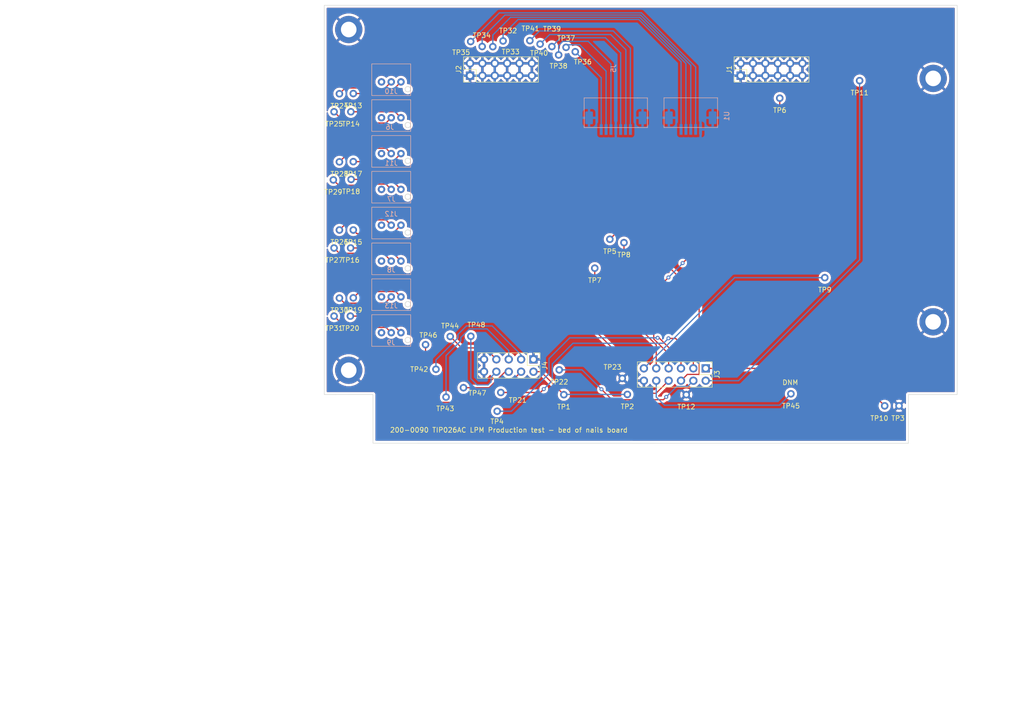
<source format=kicad_pcb>
(kicad_pcb (version 20211014) (generator pcbnew)
  (title_block (title "Bed of nails") (date "2022-10-28") (rev "AC"))
  (layers (0 "F.Cu" signal) (31 "B.Cu" signal) (34 "B.Paste" user) (35 "F.Paste" user) (36 "B.SilkS" user "B.Silkscreen") (37 "F.SilkS" user "F.Silkscreen") (38 "B.Mask" user) (39 "F.Mask" user) (44 "Edge.Cuts" user))
  (net 0 "")
  (net 1 "GND")
  (net 2 "Net-(J3-Pad10)")
  (net 3 "Net-(J4-Pad2)")
  (net 4 "Net-(J4-Pad5)")
  (net 5 "Net-(J4-Pad6)")
  (net 6 "Net-(J4-Pad7)")
  (net 7 "Net-(J4-Pad8)")
  (net 8 "Net-(J5-Pad1)")
  (net 9 "Net-(J5-Pad2)")
  (net 10 "Net-(J5-Pad3)")
  (net 11 "Net-(J5-Pad5)")
  (net 12 "Net-(J5-Pad6)")
  (net 13 "Net-(J5-Pad7)")
  (net 14 "Net-(J6-Pad1)")
  (net 15 "Net-(J6-Pad2)")
  (net 17 "Net-(J7-Pad1)")
  (net 18 "Net-(J7-Pad2)")
  (net 20 "Net-(J8-Pad1)")
  (net 21 "Net-(J8-Pad2)")
  (net 23 "Net-(J3-Pad1)")
  (net 24 "Net-(J3-Pad2)")
  (net 25 "Net-(J3-Pad3)")
  (net 26 "Net-(J3-Pad4)")
  (net 27 "Net-(J3-Pad5)")
  (net 28 "Net-(J3-Pad6)")
  (net 29 "Net-(J3-Pad7)")
  (net 30 "Net-(J3-Pad8)")
  (net 31 "Net-(J3-Pad9)")
  (net 32 "Net-(J3-Pad11)")
  (net 33 "Net-(J4-Pad3)")
  (net 34 "Net-(J4-Pad4)")
  (net 35 "Net-(J9-Pad1)")
  (net 36 "Net-(J9-Pad2)")
  (net 38 "Net-(J10-Pad1)")
  (net 39 "Net-(J10-Pad2)")
  (net 41 "Net-(J11-Pad1)")
  (net 42 "Net-(J11-Pad2)")
  (net 44 "Net-(J12-Pad1)")
  (net 45 "Net-(J12-Pad2)")
  (net 47 "Net-(J13-Pad1)")
  (net 48 "Net-(J13-Pad2)")
  (net 50 "Net-(TP32-Pad1)")
  (net 51 "Net-(TP33-Pad1)")
  (net 52 "Net-(TP34-Pad1)")
  (net 53 "Net-(TP35-Pad1)")
  (footprint "Connector_PinHeader_2.54mm:PinHeader_2x06_P2.54mm_Vertical" (layer "F.Cu") (at 178.489999 60.28 90)
    (fp_text reference "J1" (at 1.27 -2.33 90) (layer "F.SilkS"))
    (fp_text value "TU")
    (pad "1" thru_hole rect (at 0 0 90) (size 1.7 1.7) (drill 1) (layers *.Cu *.Mask) (net 1 "GND"))
    (pad "2" thru_hole oval (at 2.54 0 90) (size 1.7 1.7) (drill 1) (layers *.Cu *.Mask) (net 1 "GND"))
    (pad "3" thru_hole oval (at 0 2.54 90) (size 1.7 1.7) (drill 1) (layers *.Cu *.Mask) (net 1 "GND"))
    (pad "4" thru_hole oval (at 2.54 2.54 90) (size 1.7 1.7) (drill 1) (layers *.Cu *.Mask) (net 1 "GND"))
    (pad "5" thru_hole oval (at 0 5.08 90) (size 1.7 1.7) (drill 1) (layers *.Cu *.Mask) (net 1 "GND"))
    (pad "6" thru_hole oval (at 2.54 5.08 90) (size 1.7 1.7) (drill 1) (layers *.Cu *.Mask) (net 1 "GND"))
    (pad "7" thru_hole oval (at 0 7.62 90) (size 1.7 1.7) (drill 1) (layers *.Cu *.Mask) (net 1 "GND"))
    (pad "8" thru_hole oval (at 2.54 7.62 90) (size 1.7 1.7) (drill 1) (layers *.Cu *.Mask) (net 1 "GND"))
    (pad "9" thru_hole oval (at 0 10.16 90) (size 1.7 1.7) (drill 1) (layers *.Cu *.Mask) (net 1 "GND"))
    (pad "10" thru_hole oval (at 2.54 10.16 90) (size 1.7 1.7) (drill 1) (layers *.Cu *.Mask) (net 1 "GND"))
    (pad "11" thru_hole oval (at 0 12.7 90) (size 1.7 1.7) (drill 1) (layers *.Cu *.Mask) (net 1 "GND"))
    (pad "12" thru_hole oval (at 2.54 12.7 90) (size 1.7 1.7) (drill 1) (layers *.Cu *.Mask) (net 1 "GND"))
  )
  (footprint "MyFootprints:KS-075-47-G-10_KS-07547G10" (layer "F.Cu") (at 113.769749 115.569999)
    (fp_text reference "TP46" (at 0.580251 -1.949999 unlocked) (layer "F.SilkS"))
    (fp_text value "VB-")
    (pad "1" thru_hole circle (at 0 0) (size 1.524 1.524) (drill 0.85) (layers *.Cu *.Mask) (net 34 "Net-(J4-Pad4)"))
  )
  (footprint "MountingHole:MountingHole_3.2mm_M3_DIN965_Pad_TopBottom" (layer "F.Cu") (at 97.989762 50.79)
    (fp_text reference "REF**" hide)
    (fp_text value "MountingHole_3.2mm_M3_DIN965_Pad_TopBottom")
    (pad "1" connect circle (at 0 0) (size 5.6 5.6) (layers "F.Cu" "F.Mask") (net 1 "GND"))
    (pad "1" thru_hole circle (at 0 0) (size 3.6 3.6) (drill 3.2) (layers *.Cu *.Mask) (net 1 "GND"))
    (pad "1" connect circle (at 0 0) (size 5.6 5.6) (layers "B.Cu" "B.Mask") (net 1 "GND"))
  )
  (footprint "MyFootprints:KS-075-47-G-10_KS-07547G10" (layer "F.Cu") (at 151.629762 93.9)
    (fp_text reference "TP5" (at 0 2.5 unlocked) (layer "F.SilkS"))
    (fp_text value "CORE_VDD")
    (pad "1" thru_hole circle (at 0 0) (size 1.524 1.524) (drill 0.85) (layers *.Cu *.Mask) (net 28 "Net-(J3-Pad6)"))
  )
  (footprint "MyFootprints:KS-075-47-G-10_KS-07547G10" (layer "F.Cu") (at 129.229762 125.4)
    (fp_text reference "TP21" (at 3.470238 1.59 unlocked) (layer "F.SilkS"))
    (fp_text value "+RS485")
    (pad "1" thru_hole circle (at 0 0) (size 1.524 1.524) (drill 0.85) (layers *.Cu *.Mask) (net 25 "Net-(J3-Pad3)"))
  )
  (footprint "MyFootprints:KS-075-47-G-10_KS-07547G10" (layer "F.Cu") (at 211.029762 128.15)
    (fp_text reference "TP3" (at -0.209762 2.55 unlocked) (layer "F.SilkS"))
    (fp_text value "GND")
    (pad "1" thru_hole circle (at 0 0) (size 1.524 1.524) (drill 0.85) (layers *.Cu *.Mask) (net 1 "GND"))
  )
  (footprint "MyFootprints:KS-075-47-G-10_KS-07547G10" (layer "F.Cu") (at 115.90836 120.627851)
    (fp_text reference "TP42" (at -3.437646 0.012149 unlocked) (layer "F.SilkS"))
    (fp_text value "VB+")
    (pad "1" thru_hole circle (at 0 0) (size 1.524 1.524) (drill 0.85) (layers *.Cu *.Mask) (net 33 "Net-(J4-Pad3)"))
  )
  (footprint "MyFootprints:KS-075-47-G-10_KS-07547G10" (layer "F.Cu") (at 96.079762 78)
    (fp_text reference "TP28" (at 0 2.5 unlocked) (layer "F.SilkS"))
    (fp_text value "T2U-")
    (pad "1" thru_hole circle (at 0 0) (size 1.524 1.524) (drill 0.85) (layers *.Cu *.Mask) (net 42 "Net-(J11-Pad2)"))
  )
  (footprint "MyFootprints:KS-075-47-G-10_KS-07547G10" (layer "F.Cu") (at 155.229762 125.8)
    (fp_text reference "TP2" (at 0 2.5 unlocked) (layer "F.SilkS"))
    (fp_text value "D0")
    (pad "1" thru_hole circle (at 0 0) (size 1.524 1.524) (drill 0.85) (layers *.Cu *.Mask) (net 3 "Net-(J4-Pad2)"))
  )
  (footprint "MyFootprints:KS-075-47-G-10_KS-07547G10" (layer "F.Cu") (at 98.929762 92)
    (fp_text reference "TP15" (at 0 2.5 unlocked) (layer "F.SilkS"))
    (fp_text value "T3U+")
    (pad "1" thru_hole circle (at 0 0) (size 1.524 1.524) (drill 0.85) (layers *.Cu *.Mask) (net 44 "Net-(J12-Pad1)"))
  )
  (footprint "MyFootprints:KS-075-47-G-10_KS-07547G10" (layer "F.Cu") (at 96.079762 64)
    (fp_text reference "TP24" (at 0 2.5 unlocked) (layer "F.SilkS"))
    (fp_text value "T1U-")
    (pad "1" thru_hole circle (at 0 0) (size 1.524 1.524) (drill 0.85) (layers *.Cu *.Mask) (net 39 "Net-(J10-Pad2)"))
  )
  (footprint "MyFootprints:KS-075-47-G-10_KS-07547G10" (layer "F.Cu") (at 195.779762 101.8)
    (fp_text reference "TP9" (at 0 2.5 unlocked) (layer "F.SilkS"))
    (fp_text value "BLE_VDD")
    (pad "1" thru_hole circle (at 0 0) (size 1.524 1.524) (drill 0.85) (layers *.Cu *.Mask) (net 32 "Net-(J3-Pad11)"))
  )
  (footprint "MountingHole:MountingHole_3.2mm_M3_DIN965_Pad_TopBottom" (layer "F.Cu") (at 218.049762 60.84)
    (fp_text reference "REF**" hide)
    (fp_text value "MountingHole_3.2mm_M3_DIN965_Pad_TopBottom")
    (pad "1" connect circle (at 0 0) (size 5.6 5.6) (layers "F.Cu" "F.Mask") (net 1 "GND"))
    (pad "1" connect circle (at 0 0) (size 5.6 5.6) (layers "B.Cu" "B.Mask") (net 1 "GND"))
    (pad "1" thru_hole circle (at 0 0) (size 3.6 3.6) (drill 3.2) (layers *.Cu *.Mask) (net 1 "GND"))
  )
  (footprint "MyFootprints:KS-075-47-G-10_KS-07547G10" (layer "F.Cu") (at 141.109776 56.020001)
    (fp_text reference "TP38" (at -0.019776 2.279999 unlocked) (layer "F.SilkS"))
    (fp_text value "VLCD")
    (pad "1" thru_hole circle (at 0 0) (size 1.524 1.524) (drill 0.85) (layers *.Cu *.Mask) (net 10 "Net-(J5-Pad3)"))
  )
  (footprint "MyFootprints:KS-075-47-G-10_KS-07547G10" (layer "F.Cu") (at 98.429762 67.7)
    (fp_text reference "TP14" (at 0 2.5 unlocked) (layer "F.SilkS"))
    (fp_text value "T1D+")
    (pad "1" thru_hole circle (at 0 0) (size 1.524 1.524) (drill 0.85) (layers *.Cu *.Mask) (net 14 "Net-(J6-Pad1)"))
  )
  (footprint "MyFootprints:KS-075-47-G-10_KS-07547G10" (layer "F.Cu") (at 96.079762 92)
    (fp_text reference "TP26" (at 0 2.5 unlocked) (layer "F.SilkS"))
    (fp_text value "T3U-")
    (pad "1" thru_hole circle (at 0 0) (size 1.524 1.524) (drill 0.85) (layers *.Cu *.Mask) (net 45 "Net-(J12-Pad2)"))
  )
  (footprint "MyFootprints:KS-075-47-G-10_KS-07547G10" (layer "F.Cu") (at 142.631871 54.46)
    (fp_text reference "TP37" (at 0.018129 -1.87 unlocked) (layer "F.SilkS"))
    (fp_text value "BCKLT-")
    (pad "1" thru_hole circle (at 0 0) (size 1.524 1.524) (drill 0.85) (layers *.Cu *.Mask) (net 9 "Net-(J5-Pad2)"))
  )
  (footprint "MyFootprints:KS-075-47-G-10_KS-07547G10" (layer "F.Cu") (at 154.179762 122.5)
    (fp_text reference "TP23" (at -1.999762 -2.31 unlocked) (layer "F.SilkS"))
    (fp_text value "GND")
    (pad "1" thru_hole circle (at 0 0) (size 1.524 1.524) (drill 0.85) (layers *.Cu *.Mask) (net 1 "GND"))
  )
  (footprint "MyFootprints:KS-075-47-G-10_KS-07547G10" (layer "F.Cu") (at 98.929762 63.95)
    (fp_text reference "TP13" (at 0 2.5 unlocked) (layer "F.SilkS"))
    (fp_text value "T1U+")
    (pad "1" thru_hole circle (at 0 0) (size 1.524 1.524) (drill 0.85) (layers *.Cu *.Mask) (net 38 "Net-(J10-Pad1)"))
  )
  (footprint "MyFootprints:KS-075-47-G-10_KS-07547G10" (layer "F.Cu") (at 186.529762 64.9)
    (fp_text reference "TP6" (at 0 2.5 unlocked) (layer "F.SilkS"))
    (fp_text value "+1.8VDD")
    (pad "1" thru_hole circle (at 0 0) (size 1.524 1.524) (drill 0.85) (layers *.Cu *.Mask) (net 29 "Net-(J3-Pad7)"))
  )
  (footprint "MyFootprints:KS-075-47-G-10_KS-07547G10" (layer "F.Cu") (at 202.929762 61.3)
    (fp_text reference "TP11" (at 0 2.5 unlocked) (layer "F.SilkS"))
    (fp_text value "Vbat")
    (pad "1" thru_hole circle (at 0 0) (size 1.524 1.524) (drill 0.85) (layers *.Cu *.Mask) (net 24 "Net-(J3-Pad2)"))
  )
  (footprint "MountingHole:MountingHole_3.2mm_M3_DIN965_Pad_TopBottom" (layer "F.Cu") (at 97.989762 120.83)
    (fp_text reference "REF**" hide)
    (fp_text value "MountingHole_3.2mm_M3_DIN965_Pad_TopBottom")
    (pad "1" thru_hole circle (at 0 0) (size 3.6 3.6) (drill 3.2) (layers *.Cu *.Mask) (net 1 "GND"))
    (pad "1" connect circle (at 0 0) (size 5.6 5.6) (layers "F.Cu" "F.Mask") (net 1 "GND"))
    (pad "1" connect circle (at 0 0) (size 5.6 5.6) (layers "B.Cu" "B.Mask") (net 1 "GND"))
  )
  (footprint "MyFootprints:KS-075-47-G-10_KS-07547G10" (layer "F.Cu") (at 188.820714 125.67)
    (fp_text reference "TP45" (at 0 2.5 unlocked) (layer "F.SilkS"))
    (fp_text value "+1.8VIO (DNM)")
    (pad "1" thru_hole circle (at 0 0) (size 1.524 1.524) (drill 0.85) (layers *.Cu *.Mask) (net 2 "Net-(J3-Pad10)"))
  )
  (footprint "MyFootprints:KS-075-47-G-10_KS-07547G10" (layer "F.Cu") (at 128.479762 129.25)
    (fp_text reference "TP4" (at -0.019762 2.12 unlocked) (layer "F.SilkS"))
    (fp_text value "VCC_MAIN")
    (pad "1" thru_hole circle (at 0 0) (size 1.524 1.524) (drill 0.85) (layers *.Cu *.Mask) (net 27 "Net-(J3-Pad5)"))
  )
  (footprint "MyFootprints:KS-075-47-G-10_KS-07547G10" (layer "F.Cu") (at 129.692357 53.139386)
    (fp_text reference "TP32" (at 1.027643 -2.089386 unlocked) (layer "F.SilkS"))
    (fp_text value "KEY0")
    (pad "1" thru_hole circle (at 0 0) (size 1.524 1.524) (drill 0.85) (layers *.Cu *.Mask) (net 50 "Net-(TP32-Pad1)"))
  )
  (footprint "MyFootprints:KS-075-47-G-10_KS-07547G10" (layer "F.Cu") (at 98.479762 81.6)
    (fp_text reference "TP18" (at 0 2.5 unlocked) (layer "F.SilkS"))
    (fp_text value "T2D+")
    (pad "1" thru_hole circle (at 0 0) (size 1.524 1.524) (drill 0.85) (layers *.Cu *.Mask) (net 17 "Net-(J7-Pad1)"))
  )
  (footprint "MyFootprints:KS-075-47-G-10_KS-07547G10" (layer "F.Cu") (at 94.979762 67.7)
    (fp_text reference "TP25" (at 0 2.5 unlocked) (layer "F.SilkS"))
    (fp_text value "T1D-")
    (pad "1" thru_hole circle (at 0 0) (size 1.524 1.524) (drill 0.85) (layers *.Cu *.Mask) (net 15 "Net-(J6-Pad2)"))
  )
  (footprint "MyFootprints:KS-075-47-G-10_KS-07547G10" (layer "F.Cu") (at 154.529762 94.6)
    (fp_text reference "TP8" (at 0 2.5 unlocked) (layer "F.SilkS"))
    (fp_text value "VPP2V5")
    (pad "1" thru_hole circle (at 0 0) (size 1.524 1.524) (drill 0.85) (layers *.Cu *.Mask) (net 31 "Net-(J3-Pad9)"))
  )
  (footprint "MyFootprints:KS-075-47-G-10_KS-07547G10" (layer "F.Cu") (at 142.179762 125.85)
    (fp_text reference "TP1" (at 0 2.5 unlocked) (layer "F.SilkS"))
    (fp_text value "D1")
    (pad "1" thru_hole circle (at 0 0) (size 1.524 1.524) (drill 0.85) (layers *.Cu *.Mask) (net 3 "Net-(J4-Pad2)"))
  )
  (footprint "MyFootprints:KS-075-47-G-10_KS-07547G10" (layer "F.Cu") (at 125.399744 54.290031)
    (fp_text reference "TP34" (at -0.079744 -2.290031 unlocked) (layer "F.SilkS"))
    (fp_text value "KEY2")
    (pad "1" thru_hole circle (at 0 0) (size 1.524 1.524) (drill 0.85) (layers *.Cu *.Mask) (net 52 "Net-(TP34-Pad1)"))
  )
  (footprint "MyFootprints:KS-075-47-G-10_KS-07547G10" (layer "F.Cu") (at 139.724085 54.29)
    (fp_text reference "TP39" (at 0.016629 -3.61 unlocked) (layer "F.SilkS"))
    (fp_text value "LCD_CS")
    (pad "1" thru_hole circle (at 0 0) (size 1.524 1.524) (drill 0.85) (layers *.Cu *.Mask) (net 11 "Net-(J5-Pad5)"))
  )
  (footprint "MyFootprints:KS-075-47-G-10_KS-07547G10" (layer "F.Cu") (at 98.929762 105.95)
    (fp_text reference "TP19" (at 0 2.5 unlocked) (layer "F.SilkS"))
    (fp_text value "T4U+")
    (pad "1" thru_hole circle (at 0 0) (size 1.524 1.524) (drill 0.85) (layers *.Cu *.Mask) (net 47 "Net-(J13-Pad1)"))
  )
  (footprint "MyFootprints:KS-075-47-G-10_KS-07547G10" (layer "F.Cu") (at 127.589756 54.319989)
    (fp_text reference "TP33" (at 3.670244 1.060011 unlocked) (layer "F.SilkS"))
    (fp_text value "KEY1")
    (pad "1" thru_hole circle (at 0 0) (size 1.524 1.524) (drill 0.85) (layers *.Cu *.Mask) (net 51 "Net-(TP33-Pad1)"))
  )
  (footprint "MyFootprints:KS-075-47-G-10_KS-07547G10" (layer "F.Cu") (at 123.074732 113.840019)
    (fp_text reference "TP48" (at 1.135268 -2.350019 unlocked) (layer "F.SilkS"))
    (fp_text value "T-")
    (pad "1" thru_hole circle (at 0 0) (size 1.524 1.524) (drill 0.85) (layers *.Cu *.Mask) (net 7 "Net-(J4-Pad8)"))
  )
  (footprint "MountingHole:MountingHole_3.2mm_M3_DIN965_Pad_TopBottom" (layer "F.Cu") (at 218.029762 110.88)
    (fp_text reference "REF**" hide)
    (fp_text value "MountingHole_3.2mm_M3_DIN965_Pad_TopBottom")
    (pad "1" thru_hole circle (at 0 0) (size 3.6 3.6) (drill 3.2) (layers *.Cu *.Mask) (net 1 "GND"))
    (pad "1" connect circle (at 0 0) (size 5.6 5.6) (layers "F.Cu" "F.Mask") (net 1 "GND"))
    (pad "1" connect circle (at 0 0) (size 5.6 5.6) (layers "B.Cu" "B.Mask") (net 1 "GND"))
  )
  (footprint "MyFootprints:KS-075-47-G-10_KS-07547G10" (layer "F.Cu") (at 141.229762 120.75)
    (fp_text reference "TP22" (at 0 2.5 unlocked) (layer "F.SilkS"))
    (fp_text value "-RS485")
    (pad "1" thru_hole circle (at 0 0) (size 1.524 1.524) (drill 0.85) (layers *.Cu *.Mask) (net 26 "Net-(J3-Pad4)"))
  )
  (footprint "MyFootprints:KS-075-47-G-10_KS-07547G10" (layer "F.Cu") (at 148.529762 99.85)
    (fp_text reference "TP7" (at 0 2.5 unlocked) (layer "F.SilkS"))
    (fp_text value "+3.0VIO")
    (pad "1" thru_hole circle (at 0 0) (size 1.524 1.524) (drill 0.85) (layers *.Cu *.Mask) (net 30 "Net-(J3-Pad8)"))
  )
  (footprint "MyFootprints:KS-075-47-G-10_KS-07547G10" (layer "F.Cu") (at 123.039759 53.260001)
    (fp_text reference "TP35" (at -1.959045 2.239999 unlocked) (layer "F.SilkS"))
    (fp_text value "KEY3")
    (pad "1" thru_hole circle (at 0 0) (size 1.524 1.524) (drill 0.85) (layers *.Cu *.Mask) (net 53 "Net-(TP35-Pad1)"))
  )
  (footprint "MyFootprints:KS-075-47-G-10_KS-07547G10" (layer "F.Cu") (at 121.559737 124.419975)
    (fp_text reference "TP47" (at 2.850977 1.100025 unlocked) (layer "F.SilkS"))
    (fp_text value "B-")
    (pad "1" thru_hole circle (at 0 0) (size 1.524 1.524) (drill 0.85) (layers *.Cu *.Mask) (net 5 "Net-(J4-Pad6)"))
  )
  (footprint "MyFootprints:KS-075-47-G-10_KS-07547G10" (layer "F.Cu") (at 96.079762 106)
    (fp_text reference "TP30" (at 0 2.5 unlocked) (layer "F.SilkS"))
    (fp_text value "T4U-")
    (pad "1" thru_hole circle (at 0 0) (size 1.524 1.524) (drill 0.85) (layers *.Cu *.Mask) (net 48 "Net-(J13-Pad2)"))
  )
  (footprint "MyFootprints:KS-075-47-G-10_KS-07547G10" (layer "F.Cu") (at 98.379762 95.7)
    (fp_text reference "TP16" (at 0 2.5 unlocked) (layer "F.SilkS"))
    (fp_text value "T3D+")
    (pad "1" thru_hole circle (at 0 0) (size 1.524 1.524) (drill 0.85) (layers *.Cu *.Mask) (net 20 "Net-(J8-Pad1)"))
  )
  (footprint "MyFootprints:KS-075-47-G-10_KS-07547G10" (layer "F.Cu") (at 135.199793 53.069999)
    (fp_text reference "TP41" (at 0.120207 -2.469999 unlocked) (layer "F.SilkS"))
    (fp_text value "LCD SDO")
    (pad "1" thru_hole circle (at 0 0) (size 1.524 1.524) (drill 0.85) (layers *.Cu *.Mask) (net 13 "Net-(J5-Pad7)"))
  )
  (footprint "MyFootprints:KS-075-47-G-10_KS-07547G10" (layer "F.Cu") (at 98.329762 109.7)
    (fp_text reference "TP20" (at 0 2.5 unlocked) (layer "F.SilkS"))
    (fp_text value "T4D+")
    (pad "1" thru_hole circle (at 0 0) (size 1.524 1.524) (drill 0.85) (layers *.Cu *.Mask) (net 35 "Net-(J9-Pad1)"))
  )
  (footprint "MyFootprints:KS-075-47-G-10_KS-07547G10" (layer "F.Cu") (at 94.829762 81.7)
    (fp_text reference "TP29" (at 0 2.5 unlocked) (layer "F.SilkS"))
    (fp_text value "T2D-")
    (pad "1" thru_hole circle (at 0 0) (size 1.524 1.524) (drill 0.85) (layers *.Cu *.Mask) (net 18 "Net-(J7-Pad2)"))
  )
  (footprint "Connector_PinHeader_2.54mm:PinHeader_2x05_P2.54mm_Vertical" (layer "F.Cu") (at 135.939999 118.59 -90)
    (fp_text reference "J4" (at 1.27 -2.33 90) (layer "F.SilkS"))
    (fp_text value "PT")
    (pad "1" thru_hole rect (at 0 0 270) (size 1.7 1.7) (drill 1) (layers *.Cu *.Mask) (net 1 "GND"))
    (pad "2" thru_hole oval (at 2.54 0 270) (size 1.7 1.7) (drill 1) (layers *.Cu *.Mask) (net 3 "Net-(J4-Pad2)"))
    (pad "3" thru_hole oval (at 0 2.54 270) (size 1.7 1.7) (drill 1) (layers *.Cu *.Mask) (net 33 "Net-(J4-Pad3)"))
    (pad "4" thru_hole oval (at 2.54 2.54 270) (size 1.7 1.7) (drill 1) (layers *.Cu *.Mask) (net 34 "Net-(J4-Pad4)"))
    (pad "5" thru_hole oval (at 0 5.08 270) (size 1.7 1.7) (drill 1) (layers *.Cu *.Mask) (net 4 "Net-(J4-Pad5)"))
    (pad "6" thru_hole oval (at 2.54 5.08 270) (size 1.7 1.7) (drill 1) (layers *.Cu *.Mask) (net 5 "Net-(J4-Pad6)"))
    (pad "7" thru_hole oval (at 0 7.62 270) (size 1.7 1.7) (drill 1) (layers *.Cu *.Mask) (net 6 "Net-(J4-Pad7)"))
    (pad "8" thru_hole oval (at 2.54 7.62 270) (size 1.7 1.7) (drill 1) (layers *.Cu *.Mask) (net 7 "Net-(J4-Pad8)"))
    (pad "9" thru_hole oval (at 0 10.16 270) (size 1.7 1.7) (drill 1) (layers *.Cu *.Mask) (net 1 "GND"))
    (pad "10" thru_hole oval (at 2.54 10.16 270) (size 1.7 1.7) (drill 1) (layers *.Cu *.Mask) (net 1 "GND"))
  )
  (footprint "Connector_PinHeader_2.54mm:PinHeader_2x06_P2.54mm_Vertical" (layer "F.Cu") (at 171.319999 120.44 -90)
    (fp_text reference "J3" (at 1.27 -2.33 90) (layer "F.SilkS"))
    (fp_text value "V+RS485")
    (pad "1" thru_hole rect (at 0 0 270) (size 1.7 1.7) (drill 1) (layers *.Cu *.Mask) (net 23 "Net-(J3-Pad1)"))
    (pad "2" thru_hole oval (at 2.54 0 270) (size 1.7 1.7) (drill 1) (layers *.Cu *.Mask) (net 24 "Net-(J3-Pad2)"))
    (pad "3" thru_hole oval (at 0 2.54 270) (size 1.7 1.7) (drill 1) (layers *.Cu *.Mask) (net 25 "Net-(J3-Pad3)"))
    (pad "4" thru_hole oval (at 2.54 2.54 270) (size 1.7 1.7) (drill 1) (layers *.Cu *.Mask) (net 26 "Net-(J3-Pad4)"))
    (pad "5" thru_hole oval (at 0 5.08 270) (size 1.7 1.7) (drill 1) (layers *.Cu *.Mask) (net 27 "Net-(J3-Pad5)"))
    (pad "6" thru_hole oval (at 2.54 5.08 270) (size 1.7 1.7) (drill 1) (layers *.Cu *.Mask) (net 28 "Net-(J3-Pad6)"))
    (pad "7" thru_hole oval (at 0 7.62 270) (size 1.7 1.7) (drill 1) (layers *.Cu *.Mask) (net 29 "Net-(J3-Pad7)"))
    (pad "8" thru_hole oval (at 2.54 7.62 270) (size 1.7 1.7) (drill 1) (layers *.Cu *.Mask) (net 30 "Net-(J3-Pad8)"))
    (pad "9" thru_hole oval (at 0 10.16 270) (size 1.7 1.7) (drill 1) (layers *.Cu *.Mask) (net 31 "Net-(J3-Pad9)"))
    (pad "10" thru_hole oval (at 2.54 10.16 270) (size 1.7 1.7) (drill 1) (layers *.Cu *.Mask) (net 2 "Net-(J3-Pad10)"))
    (pad "11" thru_hole oval (at 0 12.7 270) (size 1.7 1.7) (drill 1) (layers *.Cu *.Mask) (net 32 "Net-(J3-Pad11)"))
    (pad "12" thru_hole oval (at 2.54 12.7 270) (size 1.7 1.7) (drill 1) (layers *.Cu *.Mask) (net 1 "GND"))
  )
  (footprint "MyFootprints:KS-075-47-G-10_KS-07547G10" (layer "F.Cu") (at 94.979762 109.7)
    (fp_text reference "TP31" (at 0 2.5 unlocked) (layer "F.SilkS"))
    (fp_text value "T4D-")
    (pad "1" thru_hole circle (at 0 0) (size 1.524 1.524) (drill 0.85) (layers *.Cu *.Mask) (net 36 "Net-(J9-Pad2)"))
  )
  (footprint "Connector_PinHeader_2.54mm:PinHeader_2x06_P2.54mm_Vertical" (layer "F.Cu") (at 122.909999 60.28 90)
    (fp_text reference "J2" (at 1.27 -2.33 90) (layer "F.SilkS"))
    (fp_text value "TD")
    (pad "1" thru_hole rect (at 0 0 90) (size 1.7 1.7) (drill 1) (layers *.Cu *.Mask) (net 1 "GND"))
    (pad "2" thru_hole oval (at 2.54 0 90) (size 1.7 1.7) (drill 1) (layers *.Cu *.Mask) (net 1 "GND"))
    (pad "3" thru_hole oval (at 0 2.54 90) (size 1.7 1.7) (drill 1) (layers *.Cu *.Mask) (net 1 "GND"))
    (pad "4" thru_hole oval (at 2.54 2.54 90) (size 1.7 1.7) (drill 1) (layers *.Cu *.Mask) (net 1 "GND"))
    (pad "5" thru_hole oval (at 0 5.08 90) (size 1.7 1.7) (drill 1) (layers *.Cu *.Mask) (net 1 "GND"))
    (pad "6" thru_hole oval (at 2.54 5.08 90) (size 1.7 1.7) (drill 1) (layers *.Cu *.Mask) (net 1 "GND"))
    (pad "7" thru_hole oval (at 0 7.62 90) (size 1.7 1.7) (drill 1) (layers *.Cu *.Mask) (net 1 "GND"))
    (pad "8" thru_hole oval (at 2.54 7.62 90) (size 1.7 1.7) (drill 1) (layers *.Cu *.Mask) (net 1 "GND"))
    (pad "9" thru_hole oval (at 0 10.16 90) (size 1.7 1.7) (drill 1) (layers *.Cu *.Mask) (net 1 "GND"))
    (pad "10" thru_hole oval (at 2.54 10.16 90) (size 1.7 1.7) (drill 1) (layers *.Cu *.Mask) (net 1 "GND"))
    (pad "11" thru_hole oval (at 0 12.7 90) (size 1.7 1.7) (drill 1) (layers *.Cu *.Mask) (net 1 "GND"))
    (pad "12" thru_hole oval (at 2.54 12.7 90) (size 1.7 1.7) (drill 1) (layers *.Cu *.Mask) (net 1 "GND"))
  )
  (footprint "MyFootprints:KS-075-47-G-10_KS-07547G10" (layer "F.Cu") (at 118.838414 113.88432)
    (fp_text reference "TP44" (at -0.028414 -2.17432 unlocked) (layer "F.SilkS"))
    (fp_text value "T+")
    (pad "1" thru_hole circle (at 0 0) (size 1.524 1.524) (drill 0.85) (layers *.Cu *.Mask) (net 6 "Net-(J4-Pad7)"))
  )
  (footprint "MyFootprints:KS-075-47-G-10_KS-07547G10" (layer "F.Cu") (at 94.979762 95.7)
    (fp_text reference "TP27" (at 0 2.5 unlocked) (layer "F.SilkS"))
    (fp_text value "T3D-")
    (pad "1" thru_hole circle (at 0 0) (size 1.524 1.524) (drill 0.85) (layers *.Cu *.Mask) (net 21 "Net-(J8-Pad2)"))
  )
  (footprint "MyFootprints:KS-075-47-G-10_KS-07547G10" (layer "F.Cu") (at 144.519749 55.359977)
    (fp_text reference "TP36" (at 1.540251 2.090023 unlocked) (layer "F.SilkS"))
    (fp_text value "BCKLT+")
    (pad "1" thru_hole circle (at 0 0) (size 1.524 1.524) (drill 0.85) (layers *.Cu *.Mask) (net 8 "Net-(J5-Pad1)"))
  )
  (footprint "MyFootprints:KS-075-47-G-10_KS-07547G10" (layer "F.Cu") (at 98.929762 77.95)
    (fp_text reference "TP17" (at 0 2.5 unlocked) (layer "F.SilkS"))
    (fp_text value "T2U+")
    (pad "1" thru_hole circle (at 0 0) (size 1.524 1.524) (drill 0.85) (layers *.Cu *.Mask) (net 41 "Net-(J11-Pad1)"))
  )
  (footprint "MyFootprints:KS-075-47-G-10_KS-07547G10" (layer "F.Cu") (at 167.329762 125.85)
    (fp_text reference "TP12" (at 0 2.5 unlocked) (layer "F.SilkS"))
    (fp_text value "GND")
    (pad "1" thru_hole circle (at 0 0) (size 1.524 1.524) (drill 0.85) (layers *.Cu *.Mask) (net 1 "GND"))
  )
  (footprint "MyFootprints:KS-075-47-G-10_KS-07547G10" (layer "F.Cu") (at 208.079762 128.15)
    (fp_text reference "TP10" (at -1.099762 2.55 unlocked) (layer "F.SilkS"))
    (fp_text value "Vext")
    (pad "1" thru_hole circle (at 0 0) (size 1.524 1.524) (drill 0.85) (layers *.Cu *.Mask) (net 23 "Net-(J3-Pad1)"))
  )
  (footprint "MyFootprints:KS-075-47-G-10_KS-07547G10" (layer "F.Cu") (at 117.979761 126.345023)
    (fp_text reference "TP43" (at -0.159761 2.374977 unlocked) (layer "F.SilkS"))
    (fp_text value "B+")
    (pad "1" thru_hole circle (at 0 0) (size 1.524 1.524) (drill 0.85) (layers *.Cu *.Mask) (net 4 "Net-(J4-Pad5)"))
  )
  (footprint "MyFootprints:KS-075-47-G-10_KS-07547G10" (layer "F.Cu") (at 137.299778 53.780011)
    (fp_text reference "TP40" (at -0.219778 1.869989 unlocked) (layer "F.SilkS"))
    (fp_text value "LCD_SCK")
    (pad "1" thru_hole circle (at 0 0) (size 1.524 1.524) (drill 0.85) (layers *.Cu *.Mask) (net 12 "Net-(J5-Pad6)"))
  )
  (footprint "MyFootprints:Molex_55487-0319_LPMTRANS" (layer "B.Cu") (at 106.72 91.01714 180)
    (fp_text reference "J12" (at 0 2.31 unlocked) (layer "B.SilkS") (effects (justify mirror)))
    (fp_text value "TU3")
    (fp_circle (center -3.4 -1.5) (end -2.85 -1.5) (layer "Edge.Cuts") (width 0.12) (fill none))
    (pad "1" thru_hole circle (at -2 0 180) (size 1.524 1.524) (drill 0.762) (layers *.Mask "F.Cu" "In1.Cu" "B.Cu") (net 44 "Net-(J12-Pad1)"))
    (pad "2" thru_hole circle (at 0 0 180) (size 1.524 1.524) (drill 0.762) (layers *.Mask "F.Cu" "In1.Cu" "B.Cu") (net 45 "Net-(J12-Pad2)"))
    (pad "3" thru_hole circle (at 2 0 180) (size 1.524 1.524) (drill 0.762) (layers *.Mask "F.Cu" "In1.Cu" "B.Cu"))
  )
  (footprint "MyFootprints:Conn_ZIF_5pos" (layer "B.Cu") (at 168.25 68.6 -90)
    (fp_text reference "U1" (at 0 -7.38 90 unlocked) (layer "B.SilkS") (effects (justify mirror)))
    (fp_text value "Conn_ZIF_5pos")
    (pad "1" smd roundrect (at 2.73 2) (size 0.6 2.2) (layers "B.Cu" "B.Paste" "B.Mask") (roundrect_rratio 0.125) (net 50 "Net-(TP32-Pad1)"))
    (pad "2" smd roundrect (at 2.73 1) (size 0.6 2.2) (layers "B.Cu" "B.Paste" "B.Mask") (roundrect_rratio 0.125) (net 51 "Net-(TP33-Pad1)"))
    (pad "3" smd roundrect (at 2.73 0) (size 0.6 2.2) (layers "B.Cu" "B.Paste" "B.Mask") (roundrect_rratio 0.125) (net 52 "Net-(TP34-Pad1)"))
    (pad "4" smd roundrect (at 2.73 -1) (size 0.6 2.2) (layers "B.Cu" "B.Paste" "B.Mask") (roundrect_rratio 0.125) (net 53 "Net-(TP35-Pad1)"))
    (pad "5" smd roundrect (at 2.73 -2) (size 0.6 2.2) (layers "B.Cu" "B.Paste" "B.Mask") (roundrect_rratio 0.125) (net 1 "GND"))
    (pad "6" smd roundrect (at 0.33 4.5) (size 1.6 2.6) (layers "B.Cu" "B.Paste" "B.Mask") (roundrect_rratio 0.125) (net 1 "GND"))
    (pad "7" smd roundrect (at 0.33 -4.5) (size 1.6 2.6) (layers "B.Cu" "B.Paste" "B.Mask") (roundrect_rratio 0.125) (net 1 "GND"))
  )
  (footprint "MyFootprints:Molex_55487-0319_LPMTRANS" (layer "B.Cu") (at 106.72 83.652855 180)
    (fp_text reference "J7" (at -0.02 -2.02 unlocked) (layer "B.SilkS") (effects (justify mirror)))
    (fp_text value "TD2")
    (fp_circle (center -3.4 -1.5) (end -2.85 -1.5) (layer "Edge.Cuts") (width 0.12) (fill none))
    (pad "1" thru_hole circle (at -2 0 180) (size 1.524 1.524) (drill 0.762) (layers *.Mask "F.Cu" "In1.Cu" "B.Cu") (net 17 "Net-(J7-Pad1)"))
    (pad "2" thru_hole circle (at 0 0 180) (size 1.524 1.524) (drill 0.762) (layers *.Mask "F.Cu" "In1.Cu" "B.Cu") (net 18 "Net-(J7-Pad2)"))
    (pad "3" thru_hole circle (at 2 0 180) (size 1.524 1.524) (drill 0.762) (layers *.Mask "F.Cu" "In1.Cu" "B.Cu"))
  )
  (footprint "MyFootprints:Molex_55487-0319_LPMTRANS" (layer "B.Cu") (at 106.72 98.381425 180)
    (fp_text reference "J8" (at 0.01 -1.83 unlocked) (layer "B.SilkS") (effects (justify mirror)))
    (fp_text value "TD3")
    (fp_circle (center -3.4 -1.5) (end -2.85 -1.5) (layer "Edge.Cuts") (width 0.12) (fill none))
    (pad "1" thru_hole circle (at -2 0 180) (size 1.524 1.524) (drill 0.762) (layers *.Mask "F.Cu" "In1.Cu" "B.Cu") (net 20 "Net-(J8-Pad1)"))
    (pad "2" thru_hole circle (at 0 0 180) (size 1.524 1.524) (drill 0.762) (layers *.Mask "F.Cu" "In1.Cu" "B.Cu") (net 21 "Net-(J8-Pad2)"))
    (pad "3" thru_hole circle (at 2 0 180) (size 1.524 1.524) (drill 0.762) (layers *.Mask "F.Cu" "In1.Cu" "B.Cu"))
  )
  (footprint "MyFootprints:Conn_ZIF_7pos" (layer "B.Cu") (at 152.39 68.62 -90)
    (fp_text reference "J5" (at -9.84 0 90 unlocked) (layer "B.SilkS") (effects (justify mirror)))
    (fp_text value "Conn_ZIF_9")
    (pad "1" smd roundrect (at 2.73 2.54) (size 0.6 2.2) (layers "B.Cu" "B.Paste" "B.Mask") (roundrect_rratio 0.125) (net 8 "Net-(J5-Pad1)"))
    (pad "2" smd roundrect (at 2.73 1.54) (size 0.6 2.2) (layers "B.Cu" "B.Paste" "B.Mask") (roundrect_rratio 0.125) (net 9 "Net-(J5-Pad2)"))
    (pad "3" smd roundrect (at 2.73 0.54) (size 0.6 2.2) (layers "B.Cu" "B.Paste" "B.Mask") (roundrect_rratio 0.125) (net 10 "Net-(J5-Pad3)"))
    (pad "4" smd roundrect (at 2.73 -0.46) (size 0.6 2.2) (layers "B.Cu" "B.Paste" "B.Mask") (roundrect_rratio 0.125) (net 1 "GND"))
    (pad "5" smd roundrect (at 2.73 -1.46) (size 0.6 2.2) (layers "B.Cu" "B.Paste" "B.Mask") (roundrect_rratio 0.125) (net 11 "Net-(J5-Pad5)"))
    (pad "6" smd roundrect (at 2.73 -2.46) (size 0.6 2.2) (layers "B.Cu" "B.Paste" "B.Mask") (roundrect_rratio 0.125) (net 12 "Net-(J5-Pad6)"))
    (pad "7" smd roundrect (at 2.73 -3.46) (size 0.6 2.2) (layers "B.Cu" "B.Paste" "B.Mask") (roundrect_rratio 0.125) (net 13 "Net-(J5-Pad7)"))
    (pad "8" smd roundrect (at 0.33 5.04) (size 1.6 2.6) (layers "B.Cu" "B.Paste" "B.Mask") (roundrect_rratio 0.125) (net 1 "GND"))
    (pad "9" smd roundrect (at 0.33 -5.96) (size 1.6 2.6) (layers "B.Cu" "B.Paste" "B.Mask") (roundrect_rratio 0.125) (net 1 "GND"))
  )
  (footprint "MyFootprints:Molex_55487-0319_LPMTRANS" (layer "B.Cu") (at 106.72 105.74571 180)
    (fp_text reference "J13" (at 0 -1.84 unlocked) (layer "B.SilkS") (effects (justify mirror)))
    (fp_text value "TU4")
    (fp_circle (center -3.4 -1.5) (end -2.85 -1.5) (layer "Edge.Cuts") (width 0.12) (fill none))
    (pad "1" thru_hole circle (at -2 0 180) (size 1.524 1.524) (drill 0.762) (layers *.Mask "F.Cu" "In1.Cu" "B.Cu") (net 47 "Net-(J13-Pad1)"))
    (pad "2" thru_hole circle (at 0 0 180) (size 1.524 1.524) (drill 0.762) (layers *.Mask "F.Cu" "In1.Cu" "B.Cu") (net 48 "Net-(J13-Pad2)"))
    (pad "3" thru_hole circle (at 2 0 180) (size 1.524 1.524) (drill 0.762) (layers *.Mask "F.Cu" "In1.Cu" "B.Cu"))
  )
  (footprint "MyFootprints:Molex_55487-0319_LPMTRANS" (layer "B.Cu") (at 106.72 76.28857 180)
    (fp_text reference "J11" (at 0 -1.97 unlocked) (layer "B.SilkS") (effects (justify mirror)))
    (fp_text value "TU2")
    (fp_circle (center -3.4 -1.5) (end -2.85 -1.5) (layer "Edge.Cuts") (width 0.12) (fill none))
    (pad "1" thru_hole circle (at -2 0 180) (size 1.524 1.524) (drill 0.762) (layers *.Mask "F.Cu" "In1.Cu" "B.Cu") (net 41 "Net-(J11-Pad1)"))
    (pad "2" thru_hole circle (at 0 0 180) (size 1.524 1.524) (drill 0.762) (layers *.Mask "F.Cu" "In1.Cu" "B.Cu") (net 42 "Net-(J11-Pad2)"))
    (pad "3" thru_hole circle (at 2 0 180) (size 1.524 1.524) (drill 0.762) (layers *.Mask "F.Cu" "In1.Cu" "B.Cu"))
  )
  (footprint "MyFootprints:Molex_55487-0319_LPMTRANS" (layer "B.Cu") (at 106.72 61.56 180)
    (fp_text reference "J10" (at 0.01 -1.95 unlocked) (layer "B.SilkS") (effects (justify mirror)))
    (fp_text value "TU1")
    (fp_circle (center -3.4 -1.5) (end -2.85 -1.5) (layer "Edge.Cuts") (width 0.12) (fill none))
    (pad "1" thru_hole circle (at -2 0 180) (size 1.524 1.524) (drill 0.762) (layers *.Mask "F.Cu" "In1.Cu" "B.Cu") (net 38 "Net-(J10-Pad1)"))
    (pad "2" thru_hole circle (at 0 0 180) (size 1.524 1.524) (drill 0.762) (layers *.Mask "F.Cu" "In1.Cu" "B.Cu") (net 39 "Net-(J10-Pad2)"))
    (pad "3" thru_hole circle (at 2 0 180) (size 1.524 1.524) (drill 0.762) (layers *.Mask "F.Cu" "In1.Cu" "B.Cu"))
  )
  (footprint "MyFootprints:Molex_55487-0319_LPMTRANS" (layer "B.Cu") (at 106.72 113.11 180)
    (fp_text reference "J9" (at 0.06 -2.04 unlocked) (layer "B.SilkS") (effects (justify mirror)))
    (fp_text value "TD4")
    (fp_circle (center -3.4 -1.5) (end -2.85 -1.5) (layer "Edge.Cuts") (width 0.12) (fill none))
    (pad "1" thru_hole circle (at -2 0 180) (size 1.524 1.524) (drill 0.762) (layers *.Mask "F.Cu" "In1.Cu" "B.Cu") (net 35 "Net-(J9-Pad1)"))
    (pad "2" thru_hole circle (at 0 0 180) (size 1.524 1.524) (drill 0.762) (layers *.Mask "F.Cu" "In1.Cu" "B.Cu") (net 36 "Net-(J9-Pad2)"))
    (pad "3" thru_hole circle (at 2 0 180) (size 1.524 1.524) (drill 0.762) (layers *.Mask "F.Cu" "In1.Cu" "B.Cu"))
  )
  (footprint "MyFootprints:Molex_55487-0319_LPMTRANS" (layer "B.Cu") (at 106.72 68.924285 180)
    (fp_text reference "J6" (at 0.29 -1.95 unlocked) (layer "B.SilkS") (effects (justify mirror)))
    (fp_text value "TD1")
    (fp_circle (center -3.4 -1.5) (end -2.85 -1.5) (layer "Edge.Cuts") (width 0.12) (fill none))
    (pad "1" thru_hole circle (at -2 0 180) (size 1.524 1.524) (drill 0.762) (layers *.Mask "F.Cu" "In1.Cu" "B.Cu") (net 14 "Net-(J6-Pad1)"))
    (pad "2" thru_hole circle (at 0 0 180) (size 1.524 1.524) (drill 0.762) (layers *.Mask "F.Cu" "In1.Cu" "B.Cu") (net 15 "Net-(J6-Pad2)"))
    (pad "3" thru_hole circle (at 2 0 180) (size 1.524 1.524) (drill 0.762) (layers *.Mask "F.Cu" "In1.Cu" "B.Cu"))
  )
  (gr_poly (pts (xy 222.969762 125.83) (xy 212.959762 125.83) (xy 212.959762 135.84) (xy 102.969762 135.83) (xy 102.969762 125.82) (xy 92.969762 125.83) (xy 92.959762 45.82) (xy 222.969762 45.82)) (layer "Edge.Cuts") (width 0.1) (fill none))
  (gr_text "DNM" (at 188.69 123.35) (layer "F.SilkS") (effects (font (size 1 1))))
  (gr_text "200-0090 TIP026AC LPM Production test - bed of nails board" (at 130.88 133.12) (layer "F.SilkS") (effects (font (size 1 1))))
  (segment (start 162.83 128.01) (end 186.480714 128.01) (width 0.25) (layer "B.Cu") (net 2))
  (segment (start 161.159999 122.98) (end 161.159999 126.339999) (width 0.25) (layer "B.Cu") (net 2))
  (segment (start 161.159999 126.339999) (end 162.83 128.01) (width 0.25) (layer "B.Cu") (net 2))
  (segment (start 186.480714 128.01) (end 188.820714 125.67) (width 0.25) (layer "B.Cu") (net 2))
  (segment (start 135.939999 121.13) (end 137.459762 121.13) (width 0.25) (layer "F.Cu") (net 3))
  (segment (start 137.459762 121.13) (end 142.179762 125.85) (width 0.25) (layer "F.Cu") (net 3))
  (segment (start 142.229762 125.8) (end 142.179762 125.85) (width 0.25) (layer "B.Cu") (net 3))
  (segment (start 155.229762 125.8) (end 142.229762 125.8) (width 0.25) (layer "B.Cu") (net 3))
  (segment (start 121.02 114.77) (end 117.979761 117.810239) (width 0.25) (layer "B.Cu") (net 4))
  (segment (start 130.859999 118.59) (end 130.859999 116.779999) (width 0.25) (layer "B.Cu") (net 4))
  (segment (start 130.859999 116.779999) (end 126.41 112.33) (width 0.25) (layer "B.Cu") (net 4))
  (segment (start 122.78 112.33) (end 121.02 114.09) (width 0.25) (layer "B.Cu") (net 4))
  (segment (start 121.02 114.09) (end 121.02 114.77) (width 0.25) (layer "B.Cu") (net 4))
  (segment (start 126.41 112.33) (end 122.78 112.33) (width 0.25) (layer "B.Cu") (net 4))
  (segment (start 117.979761 117.810239) (end 117.979761 126.345023) (width 0.25) (layer "B.Cu") (net 4))
  (segment (start 130.13 121.13) (end 126.840025 124.419975) (width 0.25) (layer "F.Cu") (net 5))
  (segment (start 130.859999 121.13) (end 130.13 121.13) (width 0.25) (layer "F.Cu") (net 5))
  (segment (start 126.840025 124.419975) (end 121.559737 124.419975) (width 0.25) (layer "F.Cu") (net 5))
  (segment (start 125.969999 116.24) (end 121.194094 116.24) (width 0.25) (layer "F.Cu") (net 6))
  (segment (start 121.194094 116.24) (end 118.838414 113.88432) (width 0.25) (layer "F.Cu") (net 6))
  (segment (start 128.319999 118.59) (end 125.969999 116.24) (width 0.25) (layer "F.Cu") (net 6))
  (segment (start 123.074732 122.554732) (end 123.074732 113.840019) (width 0.25) (layer "B.Cu") (net 7))
  (segment (start 126.6 123.84) (end 124.36 123.84) (width 0.25) (layer "B.Cu") (net 7))
  (segment (start 127.22 122.229999) (end 127.22 123.22) (width 0.25) (layer "B.Cu") (net 7))
  (segment (start 128.319999 121.13) (end 127.22 122.229999) (width 0.25) (layer "B.Cu") (net 7))
  (segment (start 127.22 123.22) (end 126.6 123.84) (width 0.25) (layer "B.Cu") (net 7))
  (segment (start 124.36 123.84) (end 123.074732 122.554732) (width 0.25) (layer "B.Cu") (net 7))
  (segment (start 149.85 60.690228) (end 149.85 71.35) (width 0.25) (layer "B.Cu") (net 8))
  (segment (start 144.519749 55.359977) (end 149.85 60.690228) (width 0.25) (layer "B.Cu") (net 8))
  (segment (start 150.85 59.34) (end 150.85 71.35) (width 0.25) (layer "B.Cu") (net 9))
  (segment (start 143.171871 53.92) (end 145.43 53.92) (width 0.25) (layer "B.Cu") (net 9))
  (segment (start 145.43 53.92) (end 150.85 59.34) (width 0.25) (layer "B.Cu") (net 9))
  (segment (start 142.631871 54.46) (end 143.171871 53.92) (width 0.25) (layer "B.Cu") (net 9))
  (segment (start 141.96 53.23) (end 147.18 53.23) (width 0.25) (layer "B.Cu") (net 10))
  (segment (start 141.109776 56.020001) (end 141.109776 54.080224) (width 0.25) (layer "B.Cu") (net 10))
  (segment (start 141.109776 54.080224) (end 141.96 53.23) (width 0.25) (layer "B.Cu") (net 10))
  (segment (start 147.18 53.23) (end 151.85 57.9) (width 0.25) (layer "B.Cu") (net 10))
  (segment (start 151.85 57.9) (end 151.85 71.35) (width 0.25) (layer "B.Cu") (net 10))
  (segment (start 140.022776 54.588691) (end 139.724085 54.29) (width 0.25) (layer "B.Cu") (net 11))
  (segment (start 139.724085 54.29) (end 141.524085 52.49) (width 0.25) (layer "B.Cu") (net 11))
  (segment (start 153.85 55.61) (end 153.85 71.35) (width 0.25) (layer "B.Cu") (net 11))
  (segment (start 150.73 52.49) (end 153.85 55.61) (width 0.25) (layer "B.Cu") (net 11))
  (segment (start 141.524085 52.49) (end 150.73 52.49) (width 0.25) (layer "B.Cu") (net 11))
  (segment (start 139.249789 51.83) (end 151.79 51.83) (width 0.25) (layer "B.Cu") (net 12))
  (segment (start 154.92 71.28) (end 154.85 71.35) (width 0.25) (layer "B.Cu") (net 12))
  (segment (start 151.79 51.83) (end 154.92 54.96) (width 0.25) (layer "B.Cu") (net 12))
  (segment (start 154.92 54.96) (end 154.92 71.28) (width 0.25) (layer "B.Cu") (net 12))
  (segment (start 137.299778 53.780011) (end 139.249789 51.83) (width 0.25) (layer "B.Cu") (net 12))
  (segment (start 137.179792 51.09) (end 152.31 51.09) (width 0.25) (layer "B.Cu") (net 13))
  (segment (start 135.199793 53.069999) (end 137.179792 51.09) (width 0.25) (layer "B.Cu") (net 13))
  (segment (start 155.85 54.63) (end 155.85 71.35) (width 0.25) (layer "B.Cu") (net 13))
  (segment (start 152.31 51.09) (end 155.85 54.63) (width 0.25) (layer "B.Cu") (net 13))
  (segment (start 98.429762 67.7) (end 107.495715 67.7) (width 0.25) (layer "F.Cu") (net 14))
  (segment (start 107.495715 67.7) (end 108.72 68.924285) (width 0.25) (layer "F.Cu") (net 14))
  (segment (start 94.979762 67.7) (end 97.099762 69.82) (width 0.25) (layer "F.Cu") (net 15))
  (segment (start 105.633 70.011285) (end 106.72 68.924285) (width 0.25) (layer "F.Cu") (net 15))
  (segment (start 97.321285 70.011285) (end 105.633 70.011285) (width 0.25) (layer "F.Cu") (net 15))
  (segment (start 97.13 69.82) (end 97.321285 70.011285) (width 0.25) (layer "F.Cu") (net 15))
  (segment (start 97.099762 69.82) (end 97.13 69.82) (width 0.25) (layer "F.Cu") (net 15))
  (segment (start 106.667145 81.6) (end 108.72 83.652855) (width 0.25) (layer "F.Cu") (net 17))
  (segment (start 98.479762 81.6) (end 106.667145 81.6) (width 0.25) (layer "F.Cu") (net 17))
  (segment (start 99.584145 82.565855) (end 105.633 82.565855) (width 0.25) (layer "F.Cu") (net 18))
  (segment (start 94.829762 81.7) (end 95.929762 82.8) (width 0.25) (layer "F.Cu") (net 18))
  (segment (start 105.633 82.565855) (end 106.72 83.652855) (width 0.25) (layer "F.Cu") (net 18))
  (segment (start 99.35 82.8) (end 99.584145 82.565855) (width 0.25) (layer "F.Cu") (net 18))
  (segment (start 95.929762 82.8) (end 99.35 82.8) (width 0.25) (layer "F.Cu") (net 18))
  (segment (start 106.038575 95.7) (end 108.72 98.381425) (width 0.25) (layer "F.Cu") (net 20))
  (segment (start 98.379762 95.7) (end 106.038575 95.7) (width 0.25) (layer "F.Cu") (net 20))
  (segment (start 96.066762 96.787) (end 105.125575 96.787) (width 0.25) (layer "F.Cu") (net 21))
  (segment (start 94.979762 95.7) (end 96.066762 96.787) (width 0.25) (layer "F.Cu") (net 21))
  (segment (start 105.125575 96.787) (end 106.72 98.381425) (width 0.25) (layer "F.Cu") (net 21))
  (segment (start 200.369762 120.44) (end 208.079762 128.15) (width 0.25) (layer "F.Cu") (net 23))
  (segment (start 171.319999 120.44) (end 200.369762 120.44) (width 0.25) (layer "F.Cu") (net 23))
  (segment (start 171.319999 122.98) (end 178.07 122.98) (width 0.25) (layer "B.Cu") (net 24))
  (segment (start 202.929762 98.120238) (end 202.929762 61.3) (width 0.25) (layer "B.Cu") (net 24))
  (segment (start 178.07 122.98) (end 202.929762 98.120238) (width 0.25) (layer "B.Cu") (net 24))
  (segment (start 163.67 114.27) (end 163.69 114.29) (width 0.25) (layer "F.Cu") (net 25))
  (segment (start 137.35 125.4) (end 138.05 124.7) (width 0.25) (layer "F.Cu") (net 25))
  (segment (start 129.229762 125.4) (end 137.35 125.4) (width 0.25) (layer "F.Cu") (net 25))
  (segment (start 163.69 114.29) (end 165.13 114.29) (width 0.25) (layer "F.Cu") (net 25))
  (segment (start 168.779999 117.939999) (end 168.779999 120.44) (width 0.25) (layer "F.Cu") (net 25))
  (segment (start 165.13 114.29) (end 168.779999 117.939999) (width 0.25) (layer "F.Cu") (net 25))
  (via (at 138.05 124.7) (size 0.8) (drill 0.4) (layers "F.Cu" "B.Cu") (net 25))
  (via (at 163.67 114.27) (size 0.8) (drill 0.4) (layers "F.Cu" "B.Cu") (net 25))
  (segment (start 139.81 122.94) (end 139.81 119.52) (width 0.25) (layer "B.Cu") (net 25))
  (segment (start 139.81 119.52) (end 144.05 115.28) (width 0.25) (layer "B.Cu") (net 25))
  (segment (start 162.66 115.28) (end 163.67 114.27) (width 0.25) (layer "B.Cu") (net 25))
  (segment (start 138.05 124.7) (end 139.81 122.94) (width 0.25) (layer "B.Cu") (net 25))
  (segment (start 144.05 115.28) (end 162.15 115.28) (width 0.25) (layer "B.Cu") (net 25))
  (segment (start 162.15 115.28) (end 162.66 115.28) (width 0.25) (layer "B.Cu") (net 25))
  (segment (start 162.633 126.887) (end 152.057 126.887) (width 0.25) (layer "F.Cu") (net 26))
  (segment (start 152.057 126.887) (end 149.91 124.74) (width 0.25) (layer "F.Cu") (net 26))
  (segment (start 163.21 126.31) (end 162.633 126.887) (width 0.25) (layer "F.Cu") (net 26))
  (via (at 149.91 124.74) (size 0.8) (drill 0.4) (layers "F.Cu" "B.Cu") (net 26))
  (via (at 163.21 126.31) (size 0.8) (drill 0.4) (layers "F.Cu" "B.Cu") (net 26))
  (segment (start 145.92 120.75) (end 141.229762 120.75) (width 0.25) (layer "B.Cu") (net 26))
  (segment (start 168.779999 122.98) (end 167.604999 124.155) (width 0.25) (layer "B.Cu") (net 26))
  (segment (start 165.365 124.155) (end 163.21 126.31) (width 0.25) (layer "B.Cu") (net 26))
  (segment (start 167.604999 124.155) (end 165.365 124.155) (width 0.25) (layer "B.Cu") (net 26))
  (segment (start 149.91 124.74) (end 145.92 120.75) (width 0.25) (layer "B.Cu") (net 26))
  (segment (start 166.239999 118.669999) (end 166.239999 120.44) (width 0.25) (layer "F.Cu") (net 27))
  (segment (start 161.737701 114.167701) (end 166.239999 118.669999) (width 0.25) (layer "F.Cu") (net 27))
  (segment (start 161.442299 114.167701) (end 161.737701 114.167701) (width 0.25) (layer "F.Cu") (net 27))
  (via (at 161.442299 114.167701) (size 0.8) (drill 0.4) (layers "F.Cu" "B.Cu") (net 27))
  (segment (start 143.39 114.17) (end 139.13 118.43) (width 0.25) (layer "B.Cu") (net 27))
  (segment (start 139.13 121.52) (end 131.4 129.25) (width 0.25) (layer "B.Cu") (net 27))
  (segment (start 139.13 118.43) (end 139.13 121.52) (width 0.25) (layer "B.Cu") (net 27))
  (segment (start 161.442299 114.167701) (end 161.44 114.17) (width 0.25) (layer "B.Cu") (net 27))
  (segment (start 161.44 114.17) (end 143.39 114.17) (width 0.25) (layer "B.Cu") (net 27))
  (segment (start 131.4 129.25) (end 128.479762 129.25) (width 0.25) (layer "B.Cu") (net 27))
  (segment (start 155.92 91.78) (end 153.749762 91.78) (width 0.25) (layer "F.Cu") (net 28))
  (segment (start 153.749762 91.78) (end 151.629762 93.9) (width 0.25) (layer "F.Cu") (net 28))
  (segment (start 167.539999 121.68) (end 169.97 121.68) (width 0.25) (layer "F.Cu") (net 28))
  (segment (start 169.97 121.68) (end 169.97 105.83) (width 0.25) (layer "F.Cu") (net 28))
  (segment (start 166.239999 122.98) (end 167.539999 121.68) (width 0.25) (layer "F.Cu") (net 28))
  (segment (start 169.97 105.83) (end 155.92 91.78) (width 0.25) (layer "F.Cu") (net 28))
  (segment (start 163.699999 120.44) (end 163.699999 117.449999) (width 0.25) (layer "F.Cu") (net 29))
  (segment (start 163.699999 117.449999) (end 160.64 114.39) (width 0.25) (layer "F.Cu") (net 29))
  (segment (start 160.64 114.39) (end 160.64 104.78) (width 0.25) (layer "F.Cu") (net 29))
  (segment (start 160.64 104.78) (end 163.66 101.76) (width 0.25) (layer "F.Cu") (net 29))
  (segment (start 186.529762 78.850238) (end 186.529762 64.9) (width 0.25) (layer "F.Cu") (net 29))
  (segment (start 166.58 98.8) (end 186.529762 78.850238) (width 0.25) (layer "F.Cu") (net 29))
  (via (at 166.58 98.8) (size 0.8) (drill 0.4) (layers "F.Cu" "B.Cu") (net 29))
  (via (at 163.66 101.76) (size 0.8) (drill 0.4) (layers "F.Cu" "B.Cu") (net 29))
  (segment (start 163.66 101.76) (end 166.58 98.84) (width 0.25) (layer "B.Cu") (net 29))
  (segment (start 166.58 98.84) (end 166.58 98.8) (width 0.25) (layer "B.Cu") (net 29))
  (segment (start 157.78 125.56) (end 161.119999 125.56) (width 0.25) (layer "F.Cu") (net 30))
  (segment (start 148.529762 112.659762) (end 156.07 120.2) (width 0.25) (layer "F.Cu") (net 30))
  (segment (start 156.07 120.2) (end 156.07 123.85) (width 0.25) (layer "F.Cu") (net 30))
  (segment (start 161.119999 125.56) (end 163.699999 122.98) (width 0.25) (layer "F.Cu") (net 30))
  (segment (start 156.07 123.85) (end 157.78 125.56) (width 0.25) (layer "F.Cu") (net 30))
  (segment (start 148.529762 99.85) (end 148.529762 112.659762) (width 0.25) (layer "F.Cu") (net 30))
  (segment (start 154.529762 94.6) (end 154.529762 108.989762) (width 0.25) (layer "F.Cu") (net 31))
  (segment (start 161.159999 115.619999) (end 161.159999 120.44) (width 0.25) (layer "F.Cu") (net 31))
  (segment (start 154.529762 108.989762) (end 161.159999 115.619999) (width 0.25) (layer "F.Cu") (net 31))
  (segment (start 177.259999 101.8) (end 195.779762 101.8) (width 0.25) (layer "B.Cu") (net 32))
  (segment (start 158.619999 120.44) (end 177.259999 101.8) (width 0.25) (layer "B.Cu") (net 32))
  (segment (start 127.45 111.72) (end 133.399999 117.669999) (width 0.25) (layer "B.Cu") (net 33))
  (segment (start 122.18 111.72) (end 127.45 111.72) (width 0.25) (layer "B.Cu") (net 33))
  (segment (start 120.43 113.47) (end 122.18 111.72) (width 0.25) (layer "B.Cu") (net 33))
  (segment (start 115.90836 118.70164) (end 120.43 114.18) (width 0.25) (layer "B.Cu") (net 33))
  (segment (start 133.399999 117.669999) (end 133.399999 118.59) (width 0.25) (layer "B.Cu") (net 33))
  (segment (start 115.90836 120.627851) (end 115.90836 118.70164) (width 0.25) (layer "B.Cu") (net 33))
  (segment (start 120.43 114.18) (end 120.43 113.47) (width 0.25) (layer "B.Cu") (net 33))
  (segment (start 133.399999 121.13) (end 131.179999 123.35) (width 0.25) (layer "F.Cu") (net 34))
  (segment (start 128.83 123.35) (end 126.33 125.85) (width 0.25) (layer "F.Cu") (net 34))
  (segment (start 126.33 125.85) (end 121.31 125.85) (width 0.25) (layer "F.Cu") (net 34))
  (segment (start 121.31 125.85) (end 119.727977 127.432023) (width 0.25) (layer "F.Cu") (net 34))
  (segment (start 115.842023 127.432023) (end 113.769749 125.359749) (width 0.25) (layer "F.Cu") (net 34))
  (segment (start 131.179999 123.35) (end 128.83 123.35) (width 0.25) (layer "F.Cu") (net 34))
  (segment (start 113.769749 125.359749) (end 113.769749 115.569999) (width 0.25) (layer "F.Cu") (net 34))
  (segment (start 119.727977 127.432023) (end 115.842023 127.432023) (width 0.25) (layer "F.Cu") (net 34))
  (segment (start 98.329762 109.7) (end 105.31 109.7) (width 0.25) (layer "F.Cu") (net 35))
  (segment (start 105.31 109.7) (end 108.72 113.11) (width 0.25) (layer "F.Cu") (net 35))
  (segment (start 94.979762 109.7) (end 97.302762 112.023) (width 0.25) (layer "F.Cu") (net 36))
  (segment (start 105.633 112.023) (end 106.72 113.11) (width 0.25) (layer "F.Cu") (net 36))
  (segment (start 97.302762 112.023) (end 105.633 112.023) (width 0.25) (layer "F.Cu") (net 36))
  (segment (start 98.929762 63.95) (end 106.33 63.95) (width 0.25) (layer "F.Cu") (net 38))
  (segment (start 106.33 63.95) (end 108.72 61.56) (width 0.25) (layer "F.Cu") (net 38))
  (segment (start 97.259762 62.82) (end 102.98 62.82) (width 0.25) (layer "F.Cu") (net 39))
  (segment (start 104.81 63.47) (end 106.72 61.56) (width 0.25) (layer "F.Cu") (net 39))
  (segment (start 102.98 62.82) (end 103.63 63.47) (width 0.25) (layer "F.Cu") (net 39))
  (segment (start 96.079762 64) (end 97.259762 62.82) (width 0.25) (layer "F.Cu") (net 39))
  (segment (start 103.63 63.47) (end 104.81 63.47) (width 0.25) (layer "F.Cu") (net 39))
  (segment (start 98.929762 77.95) (end 107.05857 77.95) (width 0.25) (layer "F.Cu") (net 41))
  (segment (start 107.05857 77.95) (end 108.72 76.28857) (width 0.25) (layer "F.Cu") (net 41))
  (segment (start 98.878192 75.20157) (end 105.633 75.20157) (width 0.25) (layer "F.Cu") (net 42))
  (segment (start 96.079762 78) (end 98.878192 75.20157) (width 0.25) (layer "F.Cu") (net 42))
  (segment (start 105.633 75.20157) (end 106.72 76.28857) (width 0.25) (layer "F.Cu") (net 42))
  (segment (start 99.691761 92.761999) (end 106.975141 92.761999) (width 0.25) (layer "F.Cu") (net 44))
  (segment (start 98.929762 92) (end 99.691761 92.761999) (width 0.25) (layer "F.Cu") (net 44))
  (segment (start 106.975141 92.761999) (end 108.72 91.01714) (width 0.25) (layer "F.Cu") (net 44))
  (segment (start 105.633 89.93014) (end 106.72 91.01714) (width 0.25) (layer "F.Cu") (net 45))
  (segment (start 98.149622 89.93014) (end 105.633 89.93014) (width 0.25) (layer "F.Cu") (net 45))
  (segment (start 96.079762 92) (end 98.149622 89.93014) (width 0.25) (layer "F.Cu") (net 45))
  (segment (start 98.929762 105.95) (end 100.221052 104.65871) (width 0.25) (layer "F.Cu") (net 47))
  (segment (start 100.221052 104.65871) (end 107.633 104.65871) (width 0.25) (layer "F.Cu") (net 47))
  (segment (start 107.633 104.65871) (end 108.72 105.74571) (width 0.25) (layer "F.Cu") (net 47))
  (segment (start 105.42871 107.037) (end 106.72 105.74571) (width 0.25) (layer "F.Cu") (net 48))
  (segment (start 97.116762 107.037) (end 105.42871 107.037) (width 0.25) (layer "F.Cu") (net 48))
  (segment (start 96.079762 106) (end 97.116762 107.037) (width 0.25) (layer "F.Cu") (net 48))
  (segment (start 166.25 57.41) (end 166.25 71.33) (width 0.25) (layer "B.Cu") (net 50))
  (segment (start 129.692357 51.807643) (end 132.78 48.72) (width 0.25) (layer "B.Cu") (net 50))
  (segment (start 157.56 48.72) (end 166.25 57.41) (width 0.25) (layer "B.Cu") (net 50))
  (segment (start 132.78 48.72) (end 157.56 48.72) (width 0.25) (layer "B.Cu") (net 50))
  (segment (start 129.692357 53.139386) (end 129.692357 51.807643) (width 0.25) (layer "B.Cu") (net 50))
  (segment (start 157.746396 48.27) (end 167.25 57.773604) (width 0.25) (layer "B.Cu") (net 51))
  (segment (start 131.24 48.27) (end 157.746396 48.27) (width 0.25) (layer "B.Cu") (net 51))
  (segment (start 127.589756 54.319989) (end 127.589756 51.920244) (width 0.25) (layer "B.Cu") (net 51))
  (segment (start 127.589756 51.920244) (end 131.24 48.27) (width 0.25) (layer "B.Cu") (net 51))
  (segment (start 167.25 57.773604) (end 167.25 71.33) (width 0.25) (layer "B.Cu") (net 51))
  (segment (start 130.08 47.82) (end 157.932792 47.82) (width 0.25) (layer "B.Cu") (net 52))
  (segment (start 157.932792 47.82) (end 168.25 58.137208) (width 0.25) (layer "B.Cu") (net 52))
  (segment (start 125.399744 52.500256) (end 130.08 47.82) (width 0.25) (layer "B.Cu") (net 52))
  (segment (start 125.399744 54.290031) (end 125.399744 52.500256) (width 0.25) (layer "B.Cu") (net 52))
  (segment (start 168.25 58.137208) (end 168.25 71.33) (width 0.25) (layer "B.Cu") (net 52))
  (segment (start 128.92976 47.37) (end 158.119188 47.37) (width 0.25) (layer "B.Cu") (net 53))
  (segment (start 158.119188 47.37) (end 169.25 58.500812) (width 0.25) (layer "B.Cu") (net 53))
  (segment (start 169.25 58.500812) (end 169.25 71.33) (width 0.25) (layer "B.Cu") (net 53))
  (segment (start 123.039759 53.260001) (end 128.92976 47.37) (width 0.25) (layer "B.Cu") (net 53))
  (zone (net 1) (net_name "GND") (layers F&B.Cu) (connect_pads (clearance 0.508)) (min_thickness 0.254) (fill yes (thermal_gap 0.508) (thermal_bridge_width 0.508))
    (polygon (pts (xy 222.98 45.81) (xy 222.97 125.82) (xy 212.98 125.81) (xy 212.97 135.82) (xy 102.98 135.82) (xy 102.97 125.82) (xy 92.96 125.82) (xy 92.97 45.8)))
  )
)
</source>
